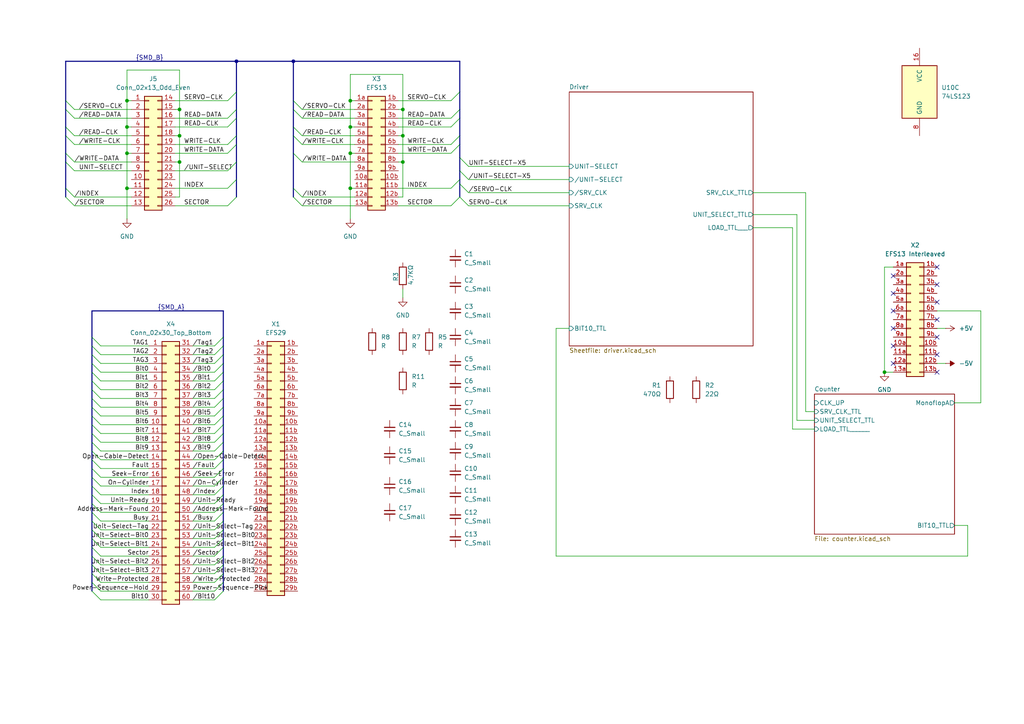
<source format=kicad_sch>
(kicad_sch (version 20231120) (generator "eeschema") (generator_version "8.0")
  (paper "A4")
  (lib_symbols
    (symbol "74xx:74LS123" (pin_names (offset 1.016))
      (property "Reference" "U" (at -7.62 8.89 0))
      (property "Value" "74LS123" (at -7.62 -8.89 0))
      (symbol "74LS123_1_0"
        (pin input inverted (at -12.7 -2.54 0) (length 5.08) (name "A") (number "1"))
        (pin output line (at 12.7 5.08 180) (length 5.08) (name "Q") (number "13"))
        (pin input line (at -12.7 2.54 0) (length 5.08) (name "Cext") (number "14"))
        (pin input line (at -12.7 5.08 0) (length 5.08) (name "RCext") (number "15"))
        (pin input line (at -12.7 -5.08 0) (length 5.08) (name "B") (number "2"))
        (pin input inverted (at 0 -12.7 90) (length 5.08) (name "Clr") (number "3"))
        (pin output line (at 12.7 -5.08 180) (length 5.08) (name "~{Q}") (number "4"))
      )
      (symbol "74LS123_2_0"
        (pin input line (at -12.7 -5.08 0) (length 5.08) (name "B") (number "10"))
        (pin input inverted (at 0 -12.7 90) (length 5.08) (name "Clr") (number "11"))
        (pin output line (at 12.7 -5.08 180) (length 5.08) (name "~{Q}") (number "12"))
        (pin output line (at 12.7 5.08 180) (length 5.08) (name "Q") (number "5"))
        (pin input line (at -12.7 2.54 0) (length 5.08) (name "Cext") (number "6"))
        (pin input line (at -12.7 5.08 0) (length 5.08) (name "RCext") (number "7"))
        (pin input inverted (at -12.7 -2.54 0) (length 5.08) (name "A") (number "9"))
      )
      (symbol "74LS123_3_0"
        (pin power_in line (at 0 12.7 270) (length 5.08) (name "VCC") (number "16"))
        (pin power_in line (at 0 -12.7 90) (length 5.08) (name "GND") (number "8"))
      )
    )
    (symbol "Connector_Generic:Conn_02x13_Row_Letter_Last" (pin_names (offset 1.016) hide)
      (property "Reference" "J" (at 1.27 17.78 0))
      (property "Value" "Conn_02x13_Row_Letter_Last" (at 1.27 -17.78 0))
      (symbol "Conn_02x13_Row_Letter_Last_1_1"
        (pin passive line (at -5.08 -7.62 0) (length 3.81) (name "Pin_10a") (number "10a"))
        (pin passive line (at 7.62 -7.62 180) (length 3.81) (name "Pin_10b") (number "10b"))
        (pin passive line (at -5.08 -10.16 0) (length 3.81) (name "Pin_11a") (number "11a"))
        (pin passive line (at 7.62 -10.16 180) (length 3.81) (name "Pin_11b") (number "11b"))
        (pin passive line (at -5.08 -12.7 0) (length 3.81) (name "Pin_12a") (number "12a"))
        (pin passive line (at 7.62 -12.7 180) (length 3.81) (name "Pin_12b") (number "12b"))
        (pin passive line (at -5.08 -15.24 0) (length 3.81) (name "Pin_13a") (number "13a"))
        (pin passive line (at 7.62 -15.24 180) (length 3.81) (name "Pin_13b") (number "13b"))
        (pin passive line (at -5.08 15.24 0) (length 3.81) (name "Pin_1a") (number "1a"))
        (pin passive line (at 7.62 15.24 180) (length 3.81) (name "Pin_1b") (number "1b"))
        (pin passive line (at -5.08 12.7 0) (length 3.81) (name "Pin_2a") (number "2a"))
        (pin passive line (at 7.62 12.7 180) (length 3.81) (name "Pin_2b") (number "2b"))
        (pin passive line (at -5.08 10.16 0) (length 3.81) (name "Pin_3a") (number "3a"))
        (pin passive line (at 7.62 10.16 180) (length 3.81) (name "Pin_3b") (number "3b"))
        (pin passive line (at -5.08 7.62 0) (length 3.81) (name "Pin_4a") (number "4a"))
        (pin passive line (at 7.62 7.62 180) (length 3.81) (name "Pin_4b") (number "4b"))
        (pin passive line (at -5.08 5.08 0) (length 3.81) (name "Pin_5a") (number "5a"))
        (pin passive line (at 7.62 5.08 180) (length 3.81) (name "Pin_5b") (number "5b"))
        (pin passive line (at -5.08 2.54 0) (length 3.81) (name "Pin_6a") (number "6a"))
        (pin passive line (at 7.62 2.54 180) (length 3.81) (name "Pin_6b") (number "6b"))
        (pin passive line (at -5.08 0 0) (length 3.81) (name "Pin_7a") (number "7a"))
        (pin passive line (at 7.62 0 180) (length 3.81) (name "Pin_7b") (number "7b"))
        (pin passive line (at -5.08 -2.54 0) (length 3.81) (name "Pin_8a") (number "8a"))
        (pin passive line (at 7.62 -2.54 180) (length 3.81) (name "Pin_8b") (number "8b"))
        (pin passive line (at -5.08 -5.08 0) (length 3.81) (name "Pin_9a") (number "9a"))
        (pin passive line (at 7.62 -5.08 180) (length 3.81) (name "Pin_9b") (number "9b"))
      )
    )
    (symbol "Connector_Generic:Conn_02x13_Top_Bottom" (pin_names (offset 1.016) hide)
      (property "Reference" "J" (at 1.27 17.78 0))
      (property "Value" "Conn_02x13_Top_Bottom" (at 1.27 -17.78 0))
      (symbol "Conn_02x13_Top_Bottom_1_1"
        (pin passive line (at -5.08 15.24 0) (length 3.81) (name "Pin_1") (number "1"))
        (pin passive line (at -5.08 -7.62 0) (length 3.81) (name "Pin_10") (number "10"))
        (pin passive line (at -5.08 -10.16 0) (length 3.81) (name "Pin_11") (number "11"))
        (pin passive line (at -5.08 -12.7 0) (length 3.81) (name "Pin_12") (number "12"))
        (pin passive line (at -5.08 -15.24 0) (length 3.81) (name "Pin_13") (number "13"))
        (pin passive line (at 7.62 15.24 180) (length 3.81) (name "Pin_14") (number "14"))
        (pin passive line (at 7.62 12.7 180) (length 3.81) (name "Pin_15") (number "15"))
        (pin passive line (at 7.62 10.16 180) (length 3.81) (name "Pin_16") (number "16"))
        (pin passive line (at 7.62 7.62 180) (length 3.81) (name "Pin_17") (number "17"))
        (pin passive line (at 7.62 5.08 180) (length 3.81) (name "Pin_18") (number "18"))
        (pin passive line (at 7.62 2.54 180) (length 3.81) (name "Pin_19") (number "19"))
        (pin passive line (at -5.08 12.7 0) (length 3.81) (name "Pin_2") (number "2"))
        (pin passive line (at 7.62 0 180) (length 3.81) (name "Pin_20") (number "20"))
        (pin passive line (at 7.62 -2.54 180) (length 3.81) (name "Pin_21") (number "21"))
        (pin passive line (at 7.62 -5.08 180) (length 3.81) (name "Pin_22") (number "22"))
        (pin passive line (at 7.62 -7.62 180) (length 3.81) (name "Pin_23") (number "23"))
        (pin passive line (at 7.62 -10.16 180) (length 3.81) (name "Pin_24") (number "24"))
        (pin passive line (at 7.62 -12.7 180) (length 3.81) (name "Pin_25") (number "25"))
        (pin passive line (at 7.62 -15.24 180) (length 3.81) (name "Pin_26") (number "26"))
        (pin passive line (at -5.08 10.16 0) (length 3.81) (name "Pin_3") (number "3"))
        (pin passive line (at -5.08 7.62 0) (length 3.81) (name "Pin_4") (number "4"))
        (pin passive line (at -5.08 5.08 0) (length 3.81) (name "Pin_5") (number "5"))
        (pin passive line (at -5.08 2.54 0) (length 3.81) (name "Pin_6") (number "6"))
        (pin passive line (at -5.08 0 0) (length 3.81) (name "Pin_7") (number "7"))
        (pin passive line (at -5.08 -2.54 0) (length 3.81) (name "Pin_8") (number "8"))
        (pin passive line (at -5.08 -5.08 0) (length 3.81) (name "Pin_9") (number "9"))
      )
    )
    (symbol "Connector_Generic:Conn_02x29_Row_Letter_Last" (pin_names (offset 1.016) hide)
      (property "Reference" "J" (at 1.27 38.1 0))
      (property "Value" "Conn_02x29_Row_Letter_Last" (at 1.27 -38.1 0))
      (symbol "Conn_02x29_Row_Letter_Last_1_1"
        (pin passive line (at -5.08 12.7 0) (length 3.81) (name "Pin_10a") (number "10a"))
        (pin passive line (at 7.62 12.7 180) (length 3.81) (name "Pin_10b") (number "10b"))
        (pin passive line (at -5.08 10.16 0) (length 3.81) (name "Pin_11a") (number "11a"))
        (pin passive line (at 7.62 10.16 180) (length 3.81) (name "Pin_11b") (number "11b"))
        (pin passive line (at -5.08 7.62 0) (length 3.81) (name "Pin_12a") (number "12a"))
        (pin passive line (at 7.62 7.62 180) (length 3.81) (name "Pin_12b") (number "12b"))
        (pin passive line (at -5.08 5.08 0) (length 3.81) (name "Pin_13a") (number "13a"))
        (pin passive line (at 7.62 5.08 180) (length 3.81) (name "Pin_13b") (number "13b"))
        (pin passive line (at -5.08 2.54 0) (length 3.81) (name "Pin_14a") (number "14a"))
        (pin passive line (at 7.62 2.54 180) (length 3.81) (name "Pin_14b") (number "14b"))
        (pin passive line (at -5.08 0 0) (length 3.81) (name "Pin_15a") (number "15a"))
        (pin passive line (at 7.62 0 180) (length 3.81) (name "Pin_15b") (number "15b"))
        (pin passive line (at -5.08 -2.54 0) (length 3.81) (name "Pin_16a") (number "16a"))
        (pin passive line (at 7.62 -2.54 180) (length 3.81) (name "Pin_16b") (number "16b"))
        (pin passive line (at -5.08 -5.08 0) (length 3.81) (name "Pin_17a") (number "17a"))
        (pin passive line (at 7.62 -5.08 180) (length 3.81) (name "Pin_17b") (number "17b"))
        (pin passive line (at -5.08 -7.62 0) (length 3.81) (name "Pin_18a") (number "18a"))
        (pin passive line (at 7.62 -7.62 180) (length 3.81) (name "Pin_18b") (number "18b"))
        (pin passive line (at -5.08 -10.16 0) (length 3.81) (name "Pin_19a") (number "19a"))
        (pin passive line (at 7.62 -10.16 180) (length 3.81) (name "Pin_19b") (number "19b"))
        (pin passive line (at -5.08 35.56 0) (length 3.81) (name "Pin_1a") (number "1a"))
        (pin passive line (at 7.62 35.56 180) (length 3.81) (name "Pin_1b") (number "1b"))
        (pin passive line (at -5.08 -12.7 0) (length 3.81) (name "Pin_20a") (number "20a"))
        (pin passive line (at 7.62 -12.7 180) (length 3.81) (name "Pin_20b") (number "20b"))
        (pin passive line (at -5.08 -15.24 0) (length 3.81) (name "Pin_21a") (number "21a"))
        (pin passive line (at 7.62 -15.24 180) (length 3.81) (name "Pin_21b") (number "21b"))
        (pin passive line (at -5.08 -17.78 0) (length 3.81) (name "Pin_22a") (number "22a"))
        (pin passive line (at 7.62 -17.78 180) (length 3.81) (name "Pin_22b") (number "22b"))
        (pin passive line (at -5.08 -20.32 0) (length 3.81) (name "Pin_23a") (number "23a"))
        (pin passive line (at 7.62 -20.32 180) (length 3.81) (name "Pin_23b") (number "23b"))
        (pin passive line (at -5.08 -22.86 0) (length 3.81) (name "Pin_24a") (number "24a"))
        (pin passive line (at 7.62 -22.86 180) (length 3.81) (name "Pin_24b") (number "24b"))
        (pin passive line (at -5.08 -25.4 0) (length 3.81) (name "Pin_25a") (number "25a"))
        (pin passive line (at 7.62 -25.4 180) (length 3.81) (name "Pin_25b") (number "25b"))
        (pin passive line (at -5.08 -27.94 0) (length 3.81) (name "Pin_26a") (number "26a"))
        (pin passive line (at 7.62 -27.94 180) (length 3.81) (name "Pin_26b") (number "26b"))
        (pin passive line (at -5.08 -30.48 0) (length 3.81) (name "Pin_27a") (number "27a"))
        (pin passive line (at 7.62 -30.48 180) (length 3.81) (name "Pin_27b") (number "27b"))
        (pin passive line (at -5.08 -33.02 0) (length 3.81) (name "Pin_28a") (number "28a"))
        (pin passive line (at 7.62 -33.02 180) (length 3.81) (name "Pin_28b") (number "28b"))
        (pin passive line (at -5.08 -35.56 0) (length 3.81) (name "Pin_29a") (number "29a"))
        (pin passive line (at 7.62 -35.56 180) (length 3.81) (name "Pin_29b") (number "29b"))
        (pin passive line (at -5.08 33.02 0) (length 3.81) (name "Pin_2a") (number "2a"))
        (pin passive line (at 7.62 33.02 180) (length 3.81) (name "Pin_2b") (number "2b"))
        (pin passive line (at -5.08 30.48 0) (length 3.81) (name "Pin_3a") (number "3a"))
        (pin passive line (at 7.62 30.48 180) (length 3.81) (name "Pin_3b") (number "3b"))
        (pin passive line (at -5.08 27.94 0) (length 3.81) (name "Pin_4a") (number "4a"))
        (pin passive line (at 7.62 27.94 180) (length 3.81) (name "Pin_4b") (number "4b"))
        (pin passive line (at -5.08 25.4 0) (length 3.81) (name "Pin_5a") (number "5a"))
        (pin passive line (at 7.62 25.4 180) (length 3.81) (name "Pin_5b") (number "5b"))
        (pin passive line (at -5.08 22.86 0) (length 3.81) (name "Pin_6a") (number "6a"))
        (pin passive line (at 7.62 22.86 180) (length 3.81) (name "Pin_6b") (number "6b"))
        (pin passive line (at -5.08 20.32 0) (length 3.81) (name "Pin_7a") (number "7a"))
        (pin passive line (at 7.62 20.32 180) (length 3.81) (name "Pin_7b") (number "7b"))
        (pin passive line (at -5.08 17.78 0) (length 3.81) (name "Pin_8a") (number "8a"))
        (pin passive line (at 7.62 17.78 180) (length 3.81) (name "Pin_8b") (number "8b"))
        (pin passive line (at -5.08 15.24 0) (length 3.81) (name "Pin_9a") (number "9a"))
        (pin passive line (at 7.62 15.24 180) (length 3.81) (name "Pin_9b") (number "9b"))
      )
    )
    (symbol "Connector_Generic:Conn_02x30_Top_Bottom" (pin_names (offset 1.016) hide)
      (property "Reference" "J" (at 1.27 38.1 0))
      (property "Value" "Conn_02x30_Top_Bottom" (at 1.27 -40.64 0))
      (symbol "Conn_02x30_Top_Bottom_1_1"
        (pin passive line (at -5.08 35.56 0) (length 3.81) (name "Pin_1") (number "1"))
        (pin passive line (at -5.08 12.7 0) (length 3.81) (name "Pin_10") (number "10"))
        (pin passive line (at -5.08 10.16 0) (length 3.81) (name "Pin_11") (number "11"))
        (pin passive line (at -5.08 7.62 0) (length 3.81) (name "Pin_12") (number "12"))
        (pin passive line (at -5.08 5.08 0) (length 3.81) (name "Pin_13") (number "13"))
        (pin passive line (at -5.08 2.54 0) (length 3.81) (name "Pin_14") (number "14"))
        (pin passive line (at -5.08 0 0) (length 3.81) (name "Pin_15") (number "15"))
        (pin passive line (at -5.08 -2.54 0) (length 3.81) (name "Pin_16") (number "16"))
        (pin passive line (at -5.08 -5.08 0) (length 3.81) (name "Pin_17") (number "17"))
        (pin passive line (at -5.08 -7.62 0) (length 3.81) (name "Pin_18") (number "18"))
        (pin passive line (at -5.08 -10.16 0) (length 3.81) (name "Pin_19") (number "19"))
        (pin passive line (at -5.08 33.02 0) (length 3.81) (name "Pin_2") (number "2"))
        (pin passive line (at -5.08 -12.7 0) (length 3.81) (name "Pin_20") (number "20"))
        (pin passive line (at -5.08 -15.24 0) (length 3.81) (name "Pin_21") (number "21"))
        (pin passive line (at -5.08 -17.78 0) (length 3.81) (name "Pin_22") (number "22"))
        (pin passive line (at -5.08 -20.32 0) (length 3.81) (name "Pin_23") (number "23"))
        (pin passive line (at -5.08 -22.86 0) (length 3.81) (name "Pin_24") (number "24"))
        (pin passive line (at -5.08 -25.4 0) (length 3.81) (name "Pin_25") (number "25"))
        (pin passive line (at -5.08 -27.94 0) (length 3.81) (name "Pin_26") (number "26"))
        (pin passive line (at -5.08 -30.48 0) (length 3.81) (name "Pin_27") (number "27"))
        (pin passive line (at -5.08 -33.02 0) (length 3.81) (name "Pin_28") (number "28"))
        (pin passive line (at -5.08 -35.56 0) (length 3.81) (name "Pin_29") (number "29"))
        (pin passive line (at -5.08 30.48 0) (length 3.81) (name "Pin_3") (number "3"))
        (pin passive line (at -5.08 -38.1 0) (length 3.81) (name "Pin_30") (number "30"))
        (pin passive line (at 7.62 35.56 180) (length 3.81) (name "Pin_31") (number "31"))
        (pin passive line (at 7.62 33.02 180) (length 3.81) (name "Pin_32") (number "32"))
        (pin passive line (at 7.62 30.48 180) (length 3.81) (name "Pin_33") (number "33"))
        (pin passive line (at 7.62 27.94 180) (length 3.81) (name "Pin_34") (number "34"))
        (pin passive line (at 7.62 25.4 180) (length 3.81) (name "Pin_35") (number "35"))
        (pin passive line (at 7.62 22.86 180) (length 3.81) (name "Pin_36") (number "36"))
        (pin passive line (at 7.62 20.32 180) (length 3.81) (name "Pin_37") (number "37"))
        (pin passive line (at 7.62 17.78 180) (length 3.81) (name "Pin_38") (number "38"))
        (pin passive line (at 7.62 15.24 180) (length 3.81) (name "Pin_39") (number "39"))
        (pin passive line (at -5.08 27.94 0) (length 3.81) (name "Pin_4") (number "4"))
        (pin passive line (at 7.62 12.7 180) (length 3.81) (name "Pin_40") (number "40"))
        (pin passive line (at 7.62 10.16 180) (length 3.81) (name "Pin_41") (number "41"))
        (pin passive line (at 7.62 7.62 180) (length 3.81) (name "Pin_42") (number "42"))
        (pin passive line (at 7.62 5.08 180) (length 3.81) (name "Pin_43") (number "43"))
        (pin passive line (at 7.62 2.54 180) (length 3.81) (name "Pin_44") (number "44"))
        (pin passive line (at 7.62 0 180) (length 3.81) (name "Pin_45") (number "45"))
        (pin passive line (at 7.62 -2.54 180) (length 3.81) (name "Pin_46") (number "46"))
        (pin passive line (at 7.62 -5.08 180) (length 3.81) (name "Pin_47") (number "47"))
        (pin passive line (at 7.62 -7.62 180) (length 3.81) (name "Pin_48") (number "48"))
        (pin passive line (at 7.62 -10.16 180) (length 3.81) (name "Pin_49") (number "49"))
        (pin passive line (at -5.08 25.4 0) (length 3.81) (name "Pin_5") (number "5"))
        (pin passive line (at 7.62 -12.7 180) (length 3.81) (name "Pin_50") (number "50"))
        (pin passive line (at 7.62 -15.24 180) (length 3.81) (name "Pin_51") (number "51"))
        (pin passive line (at 7.62 -17.78 180) (length 3.81) (name "Pin_52") (number "52"))
        (pin passive line (at 7.62 -20.32 180) (length 3.81) (name "Pin_53") (number "53"))
        (pin passive line (at 7.62 -22.86 180) (length 3.81) (name "Pin_54") (number "54"))
        (pin passive line (at 7.62 -25.4 180) (length 3.81) (name "Pin_55") (number "55"))
        (pin passive line (at 7.62 -27.94 180) (length 3.81) (name "Pin_56") (number "56"))
        (pin passive line (at 7.62 -30.48 180) (length 3.81) (name "Pin_57") (number "57"))
        (pin passive line (at 7.62 -33.02 180) (length 3.81) (name "Pin_58") (number "58"))
        (pin passive line (at 7.62 -35.56 180) (length 3.81) (name "Pin_59") (number "59"))
        (pin passive line (at -5.08 22.86 0) (length 3.81) (name "Pin_6") (number "6"))
        (pin passive line (at 7.62 -38.1 180) (length 3.81) (name "Pin_60") (number "60"))
        (pin passive line (at -5.08 20.32 0) (length 3.81) (name "Pin_7") (number "7"))
        (pin passive line (at -5.08 17.78 0) (length 3.81) (name "Pin_8") (number "8"))
        (pin passive line (at -5.08 15.24 0) (length 3.81) (name "Pin_9") (number "9"))
      )
    )
    (symbol "Device:C_Small" (pin_numbers hide) (pin_names (offset 0.254) hide)
      (property "Reference" "C" (at 0.254 1.778 0))
      (property "Value" "C_Small" (at 0.254 -2.032 0))
      (symbol "C_Small_1_1"
        (pin passive line (at 0 2.54 270) (length 2.032) (name "~") (number "1"))
        (pin passive line (at 0 -2.54 90) (length 2.032) (name "~") (number "2"))
      )
    )
    (symbol "Device:R" (pin_numbers hide) (pin_names (offset 0))
      (property "Reference" "R" (at 2.032 0 90))
      (property "Value" "R" (at 0 0 90))
      (symbol "R_1_1"
        (pin passive line (at 0 3.81 270) (length 1.27) (name "~") (number "1"))
        (pin passive line (at 0 -3.81 90) (length 1.27) (name "~") (number "2"))
      )
    )
    (symbol "power:+5V" (power) (pin_numbers hide) (pin_names (offset 0) hide)
      (property "Value" "+5V" (at 0 3.556 0))
      (symbol "+5V_1_1"
        (pin power_in line (at 0 0 90) (length 0) (name "~") (number "1"))
      )
    )
    (symbol "power:-5V" (power) (pin_numbers hide) (pin_names (offset 0) hide)
      (property "Value" "-5V" (at 0 3.556 0))
      (symbol "-5V_0_0"
        (pin power_in line (at 0 0 90) (length 0) (name "~") (number "1"))
      )
    )
    (symbol "power:GND" (power) (pin_numbers hide) (pin_names (offset 0) hide)
      (property "Value" "GND" (at 0 -3.81 0))
      (symbol "GND_1_1"
        (pin power_in line (at 0 0 270) (length 0) (name "~") (number "1"))
      )
    )
  )
  (bus_alias "SMD_A" (members "TAG1" "TAG2" "TAG3" "Bit0" "Bit1" "Bit2" "Bit3" "Bit4" "Bit5" "Bit6" "Bit7" "Bit8" "Bit9" "Bit10" "/Tag1" "/Tag2" "/Tag3" "/Bit0" "/Bit1" "/Bit2" "/Bit3" "/Bit4" "/Bit5" "/Bit6" "/Bit7" "/Bit8" "/Bit9" "/Bit10" "Unit-Select-Tag" "Unit-Select-Bit0" "Unit-Select-Bit1" "Unit-Select-Bit3" "/Unit-Select-Bit0" "/Unit-Select-Bit1" "/Unit-Select-Bit2" "/Unit-Select-Bit3" "/Unit-Select-Tag" "Open-Cable-Detect" "/Open-Cable-Detect" "Fault" "/Fault" "Seek-Error" "/Seek-Error" "On-Cylinder" "/On-Cylinder" "Index" "/Index" "Unit-Ready" "/Unit-Ready" "Address-Mark-Found" "/Address-Mark-Found" "Busy" "/Busy" "/Sector" "Sector" "Write-Protected" "/Write-Protected" "Power-Sequence-Hold" "Power-Sequence-Pick" "Unit-Select-Bit2"))
  (bus_alias "SMD_B" (members "SERVO-CLK" "/SERVO-CLK" "READ-DATA" "/READ-DATA" "/READ-CLK" "READ-CLK" "WRITE-CLK" "/WRITE-CLK" "WRITE-DATA" "/WRITE-DATA" "UNIT-SELECT-X5" "/UNIT-SELECT-X5" "INDEX" "/INDEX" "SECTOR" "/SECTOR" "UNIT-SELECT-X2" "/UNIT-SELECT-X2"))
  (junction (at 256.54 107.95))
  (junction (at 101.6 54.61))
  (junction (at 116.84 46.99))
  (junction (at 36.83 29.21))
  (junction (at 116.84 31.75))
  (junction (at 36.83 36.83))
  (junction (at 36.83 54.61))
  (junction (at 101.6 36.83))
  (junction (at 101.6 29.21))
  (junction (at 101.6 44.45))
  (junction (at 68.58 17.78))
  (junction (at 52.07 31.75))
  (junction (at 36.83 44.45))
  (junction (at 116.84 39.37))
  (junction (at 52.07 46.99))
  (junction (at 52.07 39.37))
  (junction (at 85.09 17.78))
  (no_connect (at 259.08 100.33))
  (no_connect (at 259.08 85.09))
  (no_connect (at 259.08 95.25))
  (no_connect (at 271.78 82.55))
  (no_connect (at 271.78 107.95))
  (no_connect (at 259.08 80.01))
  (no_connect (at 271.78 97.79))
  (no_connect (at 271.78 77.47))
  (no_connect (at 271.78 87.63))
  (no_connect (at 259.08 105.41))
  (no_connect (at 271.78 92.71))
  (no_connect (at 271.78 102.87))
  (no_connect (at 259.08 90.17))
  (bus_entry (at 64.77 118.11) (size -2.54 2.54))
  (bus_entry (at 26.67 123.19) (size 2.54 2.54))
  (bus_entry (at 64.77 107.95) (size -2.54 2.54))
  (bus_entry (at 68.58 34.29) (size -2.54 2.54))
  (bus_entry (at 68.58 46.99) (size -2.54 2.54))
  (bus_entry (at 64.77 130.81) (size -2.54 2.54))
  (bus_entry (at 68.58 57.15) (size -2.54 2.54))
  (bus_entry (at 133.35 41.91) (size -2.54 2.54))
  (bus_entry (at 19.05 54.61) (size 2.54 2.54))
  (bus_entry (at 26.67 120.65) (size 2.54 2.54))
  (bus_entry (at 19.05 44.45) (size 2.54 2.54))
  (bus_entry (at 85.09 29.21) (size 2.54 2.54))
  (bus_entry (at 133.35 57.15) (size -2.54 2.54))
  (bus_entry (at 64.77 166.37) (size -2.54 2.54))
  (bus_entry (at 64.77 143.51) (size -2.54 2.54))
  (bus_entry (at 85.09 36.83) (size 2.54 2.54))
  (bus_entry (at 64.77 168.91) (size -2.54 2.54))
  (bus_entry (at 26.67 102.87) (size 2.54 2.54))
  (bus_entry (at 19.05 46.99) (size 2.54 2.54))
  (bus_entry (at 133.35 39.37) (size -2.54 2.54))
  (bus_entry (at 133.35 57.15) (size 2.54 2.54))
  (bus_entry (at 64.77 146.05) (size -2.54 2.54))
  (bus_entry (at 26.67 140.97) (size 2.54 2.54))
  (bus_entry (at 26.67 166.37) (size 2.54 2.54))
  (bus_entry (at 68.58 26.67) (size -2.54 2.54))
  (bus_entry (at 26.67 146.05) (size 2.54 2.54))
  (bus_entry (at 26.67 107.95) (size 2.54 2.54))
  (bus_entry (at 133.35 52.07) (size -2.54 2.54))
  (bus_entry (at 26.67 158.75) (size 2.54 2.54))
  (bus_entry (at 64.77 128.27) (size -2.54 2.54))
  (bus_entry (at 68.58 41.91) (size -2.54 2.54))
  (bus_entry (at 64.77 100.33) (size -2.54 2.54))
  (bus_entry (at 26.67 143.51) (size 2.54 2.54))
  (bus_entry (at 64.77 125.73) (size -2.54 2.54))
  (bus_entry (at 26.67 118.11) (size 2.54 2.54))
  (bus_entry (at 64.77 163.83) (size -2.54 2.54))
  (bus_entry (at 64.77 120.65) (size -2.54 2.54))
  (bus_entry (at 26.67 113.03) (size 2.54 2.54))
  (bus_entry (at 133.35 49.53) (size 2.54 2.54))
  (bus_entry (at 64.77 135.89) (size -2.54 2.54))
  (bus_entry (at 133.35 53.34) (size 2.54 2.54))
  (bus_entry (at 19.05 57.15) (size 2.54 2.54))
  (bus_entry (at 26.67 125.73) (size 2.54 2.54))
  (bus_entry (at 64.77 123.19) (size -2.54 2.54))
  (bus_entry (at 64.77 148.59) (size -2.54 2.54))
  (bus_entry (at 26.67 97.79) (size 2.54 2.54))
  (bus_entry (at 64.77 105.41) (size -2.54 2.54))
  (bus_entry (at 64.77 97.79) (size -2.54 2.54))
  (bus_entry (at 64.77 151.13) (size -2.54 2.54))
  (bus_entry (at 64.77 110.49) (size -2.54 2.54))
  (bus_entry (at 26.67 163.83) (size 2.54 2.54))
  (bus_entry (at 26.67 171.45) (size 2.54 2.54))
  (bus_entry (at 19.05 39.37) (size 2.54 2.54))
  (bus_entry (at 133.35 26.67) (size -2.54 2.54))
  (bus_entry (at 64.77 158.75) (size -2.54 2.54))
  (bus_entry (at 85.09 31.75) (size 2.54 2.54))
  (bus_entry (at 26.67 148.59) (size 2.54 2.54))
  (bus_entry (at 26.67 100.33) (size 2.54 2.54))
  (bus_entry (at 64.77 161.29) (size -2.54 2.54))
  (bus_entry (at 133.35 34.29) (size -2.54 2.54))
  (bus_entry (at 26.67 110.49) (size 2.54 2.54))
  (bus_entry (at 64.77 115.57) (size -2.54 2.54))
  (bus_entry (at 26.67 168.91) (size 2.54 2.54))
  (bus_entry (at 133.35 45.72) (size 2.54 2.54))
  (bus_entry (at 26.67 128.27) (size 2.54 2.54))
  (bus_entry (at 19.05 29.21) (size 2.54 2.54))
  (bus_entry (at 64.77 102.87) (size -2.54 2.54))
  (bus_entry (at 19.05 31.75) (size 2.54 2.54))
  (bus_entry (at 68.58 52.07) (size -2.54 2.54))
  (bus_entry (at 68.58 31.75) (size -2.54 2.54))
  (bus_entry (at 26.67 161.29) (size 2.54 2.54))
  (bus_entry (at 64.77 138.43) (size -2.54 2.54))
  (bus_entry (at 85.09 57.15) (size 2.54 2.54))
  (bus_entry (at 26.67 105.41) (size 2.54 2.54))
  (bus_entry (at 26.67 115.57) (size 2.54 2.54))
  (bus_entry (at 26.67 153.67) (size 2.54 2.54))
  (bus_entry (at 68.58 39.37) (size -2.54 2.54))
  (bus_entry (at 26.67 135.89) (size 2.54 2.54))
  (bus_entry (at 26.67 138.43) (size 2.54 2.54))
  (bus_entry (at 85.09 39.37) (size 2.54 2.54))
  (bus_entry (at 85.09 54.61) (size 2.54 2.54))
  (bus_entry (at 133.35 31.75) (size -2.54 2.54))
  (bus_entry (at 64.77 171.45) (size -2.54 2.54))
  (bus_entry (at 26.67 130.81) (size 2.54 2.54))
  (bus_entry (at 26.67 156.21) (size 2.54 2.54))
  (bus_entry (at 64.77 153.67) (size -2.54 2.54))
  (bus_entry (at 64.77 140.97) (size -2.54 2.54))
  (bus_entry (at 26.67 133.35) (size 2.54 2.54))
  (bus_entry (at 19.05 36.83) (size 2.54 2.54))
  (bus_entry (at 26.67 151.13) (size 2.54 2.54))
  (bus_entry (at 85.09 44.45) (size 2.54 2.54))
  (bus_entry (at 64.77 156.21) (size -2.54 2.54))
  (bus_entry (at 64.77 133.35) (size -2.54 2.54))
  (bus_entry (at 64.77 113.03) (size -2.54 2.54))
  (bus (pts (xy 64.77 163.83) (xy 64.77 166.37)))
  (wire (pts (xy 52.07 39.37) (xy 52.07 31.75)))
  (bus (pts (xy 64.77 125.73) (xy 64.77 128.27)))
  (wire (pts (xy 36.83 29.21) (xy 38.1 29.21)))
  (wire (pts (xy 55.88 120.65) (xy 62.23 120.65)))
  (wire (pts (xy 29.21 118.11) (xy 43.18 118.11)))
  (bus (pts (xy 85.09 36.83) (xy 85.09 39.37)))
  (bus (pts (xy 26.67 138.43) (xy 26.67 140.97)))
  (wire (pts (xy 271.78 105.41) (xy 274.32 105.41)))
  (wire (pts (xy 55.88 148.59) (xy 62.23 148.59)))
  (wire (pts (xy 101.6 21.59) (xy 101.6 29.21)))
  (wire (pts (xy 116.84 39.37) (xy 115.57 39.37)))
  (bus (pts (xy 85.09 29.21) (xy 85.09 31.75)))
  (wire (pts (xy 21.59 46.99) (xy 38.1 46.99)))
  (wire (pts (xy 36.83 54.61) (xy 38.1 54.61)))
  (wire (pts (xy 55.88 138.43) (xy 62.23 138.43)))
  (wire (pts (xy 29.21 171.45) (xy 43.18 171.45)))
  (bus (pts (xy 64.77 113.03) (xy 64.77 115.57)))
  (wire (pts (xy 29.21 140.97) (xy 43.18 140.97)))
  (wire (pts (xy 29.21 110.49) (xy 43.18 110.49)))
  (bus (pts (xy 19.05 54.61) (xy 19.05 57.15)))
  (wire (pts (xy 55.88 163.83) (xy 62.23 163.83)))
  (wire (pts (xy 115.57 36.83) (xy 130.81 36.83)))
  (wire (pts (xy 116.84 46.99) (xy 115.57 46.99)))
  (wire (pts (xy 36.83 36.83) (xy 38.1 36.83)))
  (wire (pts (xy 102.87 54.61) (xy 101.6 54.61)))
  (wire (pts (xy 21.59 39.37) (xy 38.1 39.37)))
  (wire (pts (xy 87.63 57.15) (xy 102.87 57.15)))
  (bus (pts (xy 133.35 52.07) (xy 133.35 53.34)))
  (wire (pts (xy 55.88 128.27) (xy 62.23 128.27)))
  (bus (pts (xy 133.35 45.72) (xy 133.35 49.53)))
  (bus (pts (xy 26.67 140.97) (xy 26.67 143.51)))
  (wire (pts (xy 87.63 31.75) (xy 102.87 31.75)))
  (wire (pts (xy 21.59 34.29) (xy 38.1 34.29)))
  (wire (pts (xy 29.21 125.73) (xy 43.18 125.73)))
  (bus (pts (xy 26.67 100.33) (xy 26.67 102.87)))
  (bus (pts (xy 26.67 153.67) (xy 26.67 156.21)))
  (wire (pts (xy 29.21 151.13) (xy 43.18 151.13)))
  (wire (pts (xy 55.88 146.05) (xy 62.23 146.05)))
  (bus (pts (xy 26.67 135.89) (xy 26.67 138.43)))
  (bus (pts (xy 85.09 17.78) (xy 85.09 29.21)))
  (wire (pts (xy 101.6 54.61) (xy 101.6 63.5)))
  (wire (pts (xy 52.07 46.99) (xy 52.07 39.37)))
  (wire (pts (xy 29.21 173.99) (xy 43.18 173.99)))
  (wire (pts (xy 29.21 143.51) (xy 43.18 143.51)))
  (bus (pts (xy 85.09 17.78) (xy 133.35 17.78)))
  (wire (pts (xy 21.59 59.69) (xy 38.1 59.69)))
  (wire (pts (xy 116.84 46.99) (xy 116.84 57.15)))
  (bus (pts (xy 68.58 26.67) (xy 68.58 31.75)))
  (wire (pts (xy 55.88 133.35) (xy 62.23 133.35)))
  (wire (pts (xy 116.84 83.82) (xy 116.84 86.36)))
  (bus (pts (xy 64.77 143.51) (xy 64.77 146.05)))
  (wire (pts (xy 218.44 62.23) (xy 231.14 62.23)))
  (wire (pts (xy 135.89 52.07) (xy 165.1 52.07)))
  (wire (pts (xy 55.88 107.95) (xy 62.23 107.95)))
  (bus (pts (xy 64.77 158.75) (xy 64.77 161.29)))
  (bus (pts (xy 26.67 146.05) (xy 26.67 148.59)))
  (bus (pts (xy 68.58 46.99) (xy 68.58 52.07)))
  (bus (pts (xy 64.77 140.97) (xy 64.77 143.51)))
  (bus (pts (xy 19.05 36.83) (xy 19.05 39.37)))
  (wire (pts (xy 101.6 29.21) (xy 101.6 36.83)))
  (bus (pts (xy 26.67 156.21) (xy 26.67 158.75)))
  (wire (pts (xy 115.57 57.15) (xy 116.84 57.15)))
  (bus (pts (xy 64.77 138.43) (xy 64.77 140.97)))
  (wire (pts (xy 55.88 143.51) (xy 62.23 143.51)))
  (bus (pts (xy 19.05 31.75) (xy 19.05 36.83)))
  (wire (pts (xy 101.6 36.83) (xy 101.6 44.45)))
  (wire (pts (xy 55.88 151.13) (xy 62.23 151.13)))
  (wire (pts (xy 36.83 20.32) (xy 36.83 29.21)))
  (wire (pts (xy 115.57 34.29) (xy 130.81 34.29)))
  (wire (pts (xy 50.8 29.21) (xy 66.04 29.21)))
  (bus (pts (xy 26.67 110.49) (xy 26.67 113.03)))
  (bus (pts (xy 133.35 49.53) (xy 133.35 52.07)))
  (bus (pts (xy 64.77 118.11) (xy 64.77 120.65)))
  (wire (pts (xy 55.88 110.49) (xy 62.23 110.49)))
  (wire (pts (xy 101.6 44.45) (xy 102.87 44.45)))
  (wire (pts (xy 55.88 168.91) (xy 62.23 168.91)))
  (bus (pts (xy 68.58 34.29) (xy 68.58 39.37)))
  (wire (pts (xy 55.88 156.21) (xy 62.23 156.21)))
  (bus (pts (xy 64.77 107.95) (xy 64.77 110.49)))
  (bus (pts (xy 85.09 39.37) (xy 85.09 44.45)))
  (bus (pts (xy 26.67 105.41) (xy 26.67 107.95)))
  (wire (pts (xy 36.83 54.61) (xy 36.83 63.5)))
  (bus (pts (xy 133.35 34.29) (xy 133.35 39.37)))
  (wire (pts (xy 116.84 31.75) (xy 116.84 21.59)))
  (wire (pts (xy 280.67 161.29) (xy 161.29 161.29)))
  (bus (pts (xy 64.77 153.67) (xy 64.77 156.21)))
  (bus (pts (xy 68.58 52.07) (xy 68.58 57.15)))
  (wire (pts (xy 29.21 166.37) (xy 43.18 166.37)))
  (wire (pts (xy 280.67 152.4) (xy 280.67 161.29)))
  (wire (pts (xy 135.89 55.88) (xy 165.1 55.88)))
  (wire (pts (xy 229.87 66.04) (xy 229.87 124.46)))
  (bus (pts (xy 64.77 97.79) (xy 64.77 100.33)))
  (wire (pts (xy 161.29 95.25) (xy 165.1 95.25)))
  (wire (pts (xy 36.83 20.32) (xy 52.07 20.32)))
  (bus (pts (xy 64.77 146.05) (xy 64.77 148.59)))
  (bus (pts (xy 26.67 113.03) (xy 26.67 115.57)))
  (bus (pts (xy 64.77 110.49) (xy 64.77 113.03)))
  (bus (pts (xy 68.58 17.78) (xy 68.58 26.67)))
  (wire (pts (xy 29.21 133.35) (xy 43.18 133.35)))
  (wire (pts (xy 21.59 57.15) (xy 38.1 57.15)))
  (wire (pts (xy 55.88 115.57) (xy 62.23 115.57)))
  (wire (pts (xy 29.21 148.59) (xy 43.18 148.59)))
  (bus (pts (xy 133.35 26.67) (xy 133.35 31.75)))
  (bus (pts (xy 68.58 41.91) (xy 68.58 46.99)))
  (wire (pts (xy 233.68 55.88) (xy 233.68 119.38)))
  (wire (pts (xy 55.88 135.89) (xy 62.23 135.89)))
  (wire (pts (xy 36.83 36.83) (xy 36.83 44.45)))
  (wire (pts (xy 135.89 59.69) (xy 165.1 59.69)))
  (wire (pts (xy 87.63 59.69) (xy 102.87 59.69)))
  (wire (pts (xy 52.07 31.75) (xy 50.8 31.75)))
  (wire (pts (xy 233.68 119.38) (xy 236.22 119.38)))
  (wire (pts (xy 50.8 57.15) (xy 52.07 57.15)))
  (wire (pts (xy 29.21 168.91) (xy 43.18 168.91)))
  (wire (pts (xy 55.88 102.87) (xy 62.23 102.87)))
  (wire (pts (xy 52.07 57.15) (xy 52.07 46.99)))
  (wire (pts (xy 231.14 62.23) (xy 231.14 121.92)))
  (wire (pts (xy 50.8 39.37) (xy 52.07 39.37)))
  (wire (pts (xy 55.88 166.37) (xy 62.23 166.37)))
  (bus (pts (xy 133.35 39.37) (xy 133.35 41.91)))
  (wire (pts (xy 135.89 48.26) (xy 165.1 48.26)))
  (wire (pts (xy 102.87 29.21) (xy 101.6 29.21)))
  (bus (pts (xy 26.67 133.35) (xy 26.67 135.89)))
  (wire (pts (xy 55.88 161.29) (xy 62.23 161.29)))
  (wire (pts (xy 161.29 161.29) (xy 161.29 95.25)))
  (bus (pts (xy 26.67 97.79) (xy 26.67 100.33)))
  (bus (pts (xy 19.05 17.78) (xy 68.58 17.78)))
  (wire (pts (xy 29.21 107.95) (xy 43.18 107.95)))
  (wire (pts (xy 101.6 36.83) (xy 102.87 36.83)))
  (bus (pts (xy 26.67 128.27) (xy 26.67 125.73)))
  (bus (pts (xy 64.77 102.87) (xy 64.77 105.41)))
  (bus (pts (xy 68.58 31.75) (xy 68.58 34.29)))
  (bus (pts (xy 19.05 17.78) (xy 19.05 29.21)))
  (wire (pts (xy 29.21 120.65) (xy 43.18 120.65)))
  (wire (pts (xy 87.63 34.29) (xy 102.87 34.29)))
  (wire (pts (xy 55.88 140.97) (xy 62.23 140.97)))
  (wire (pts (xy 50.8 34.29) (xy 66.04 34.29)))
  (wire (pts (xy 29.21 113.03) (xy 43.18 113.03)))
  (bus (pts (xy 64.77 130.81) (xy 64.77 133.35)))
  (wire (pts (xy 271.78 90.17) (xy 284.48 90.17)))
  (wire (pts (xy 55.88 100.33) (xy 62.23 100.33)))
  (wire (pts (xy 29.21 105.41) (xy 43.18 105.41)))
  (bus (pts (xy 64.77 105.41) (xy 64.77 107.95)))
  (wire (pts (xy 55.88 125.73) (xy 62.23 125.73)))
  (bus (pts (xy 19.05 46.99) (xy 19.05 54.61)))
  (wire (pts (xy 29.21 102.87) (xy 43.18 102.87)))
  (bus (pts (xy 26.67 166.37) (xy 26.67 168.91)))
  (wire (pts (xy 29.21 153.67) (xy 43.18 153.67)))
  (wire (pts (xy 115.57 59.69) (xy 130.81 59.69)))
  (bus (pts (xy 26.67 128.27) (xy 26.67 130.81)))
  (bus (pts (xy 85.09 44.45) (xy 85.09 54.61)))
  (bus (pts (xy 19.05 39.37) (xy 19.05 44.45)))
  (bus (pts (xy 26.67 151.13) (xy 26.67 153.67)))
  (wire (pts (xy 276.86 152.4) (xy 280.67 152.4)))
  (wire (pts (xy 116.84 31.75) (xy 116.84 39.37)))
  (wire (pts (xy 116.84 21.59) (xy 101.6 21.59)))
  (bus (pts (xy 133.35 31.75) (xy 133.35 34.29)))
  (wire (pts (xy 55.88 118.11) (xy 62.23 118.11)))
  (wire (pts (xy 50.8 54.61) (xy 66.04 54.61)))
  (bus (pts (xy 64.77 156.21) (xy 64.77 158.75)))
  (wire (pts (xy 21.59 49.53) (xy 38.1 49.53)))
  (wire (pts (xy 52.07 31.75) (xy 52.07 20.32)))
  (wire (pts (xy 55.88 158.75) (xy 62.23 158.75)))
  (wire (pts (xy 55.88 173.99) (xy 62.23 173.99)))
  (wire (pts (xy 101.6 54.61) (xy 101.6 44.45)))
  (bus (pts (xy 26.67 168.91) (xy 26.67 171.45)))
  (bus (pts (xy 26.67 143.51) (xy 26.67 146.05)))
  (bus (pts (xy 26.67 123.19) (xy 26.67 125.73)))
  (wire (pts (xy 55.88 113.03) (xy 62.23 113.03)))
  (wire (pts (xy 218.44 55.88) (xy 233.68 55.88)))
  (wire (pts (xy 29.21 158.75) (xy 43.18 158.75)))
  (wire (pts (xy 29.21 130.81) (xy 43.18 130.81)))
  (wire (pts (xy 271.78 95.25) (xy 274.32 95.25)))
  (wire (pts (xy 21.59 41.91) (xy 38.1 41.91)))
  (bus (pts (xy 85.09 54.61) (xy 85.09 57.15)))
  (bus (pts (xy 26.67 158.75) (xy 26.67 161.29)))
  (bus (pts (xy 85.09 31.75) (xy 85.09 36.83)))
  (bus (pts (xy 68.58 17.78) (xy 85.09 17.78)))
  (wire (pts (xy 284.48 90.17) (xy 284.48 116.84)))
  (bus (pts (xy 19.05 44.45) (xy 19.05 46.99)))
  (bus (pts (xy 26.67 120.65) (xy 26.67 123.19)))
  (wire (pts (xy 29.21 146.05) (xy 43.18 146.05)))
  (bus (pts (xy 64.77 151.13) (xy 64.77 153.67)))
  (bus (pts (xy 64.77 123.19) (xy 64.77 125.73)))
  (bus (pts (xy 133.35 17.78) (xy 133.35 26.67)))
  (wire (pts (xy 50.8 49.53) (xy 66.04 49.53)))
  (wire (pts (xy 231.14 121.92) (xy 236.22 121.92)))
  (wire (pts (xy 29.21 161.29) (xy 43.18 161.29)))
  (wire (pts (xy 276.86 116.84) (xy 284.48 116.84)))
  (bus (pts (xy 64.77 120.65) (xy 64.77 123.19)))
  (bus (pts (xy 64.77 166.37) (xy 64.77 168.91)))
  (bus (pts (xy 68.58 39.37) (xy 68.58 41.91)))
  (wire (pts (xy 55.88 123.19) (xy 62.23 123.19)))
  (wire (pts (xy 87.63 46.99) (xy 102.87 46.99)))
  (wire (pts (xy 218.44 66.04) (xy 229.87 66.04)))
  (wire (pts (xy 55.88 105.41) (xy 62.23 105.41)))
  (bus (pts (xy 26.67 102.87) (xy 26.67 105.41)))
  (wire (pts (xy 50.8 41.91) (xy 66.04 41.91)))
  (wire (pts (xy 256.54 77.47) (xy 256.54 107.95)))
  (wire (pts (xy 116.84 39.37) (xy 116.84 46.99)))
  (bus (pts (xy 64.77 135.89) (xy 64.77 138.43)))
  (bus (pts (xy 64.77 148.59) (xy 64.77 151.13)))
  (bus (pts (xy 26.67 161.29) (xy 26.67 163.83)))
  (wire (pts (xy 29.21 135.89) (xy 43.18 135.89)))
  (wire (pts (xy 29.21 156.21) (xy 43.18 156.21)))
  (bus (pts (xy 26.67 130.81) (xy 26.67 133.35)))
  (wire (pts (xy 36.83 29.21) (xy 36.83 36.83)))
  (wire (pts (xy 55.88 130.81) (xy 62.23 130.81)))
  (wire (pts (xy 36.83 44.45) (xy 36.83 54.61)))
  (bus (pts (xy 64.77 168.91) (xy 64.77 171.45)))
  (wire (pts (xy 55.88 171.45) (xy 62.23 171.45)))
  (bus (pts (xy 26.67 115.57) (xy 26.67 118.11)))
  (wire (pts (xy 50.8 36.83) (xy 66.04 36.83)))
  (wire (pts (xy 29.21 115.57) (xy 43.18 115.57)))
  (bus (pts (xy 64.77 100.33) (xy 64.77 102.87)))
  (wire (pts (xy 259.08 77.47) (xy 256.54 77.47)))
  (bus (pts (xy 26.67 90.17) (xy 64.77 90.17)))
  (wire (pts (xy 29.21 163.83) (xy 43.18 163.83)))
  (wire (pts (xy 115.57 44.45) (xy 130.81 44.45)))
  (wire (pts (xy 87.63 39.37) (xy 102.87 39.37)))
  (wire (pts (xy 130.81 29.21) (xy 115.57 29.21)))
  (wire (pts (xy 115.57 54.61) (xy 130.81 54.61)))
  (bus (pts (xy 26.67 148.59) (xy 26.67 151.13)))
  (wire (pts (xy 87.63 41.91) (xy 102.87 41.91)))
  (wire (pts (xy 55.88 153.67) (xy 62.23 153.67)))
  (bus (pts (xy 64.77 115.57) (xy 64.77 118.11)))
  (bus (pts (xy 64.77 90.17) (xy 64.77 97.79)))
  (wire (pts (xy 256.54 107.95) (xy 259.08 107.95)))
  (wire (pts (xy 29.21 128.27) (xy 43.18 128.27)))
  (wire (pts (xy 115.57 31.75) (xy 116.84 31.75)))
  (wire (pts (xy 36.83 44.45) (xy 38.1 44.45)))
  (bus (pts (xy 19.05 29.21) (xy 19.05 31.75)))
  (bus (pts (xy 64.77 133.35) (xy 64.77 135.89)))
  (bus (pts (xy 133.35 53.34) (xy 133.35 57.15)))
  (wire (pts (xy 29.21 138.43) (xy 43.18 138.43)))
  (bus (pts (xy 64.77 128.27) (xy 64.77 130.81)))
  (wire (pts (xy 50.8 59.69) (xy 66.04 59.69)))
  (bus (pts (xy 26.67 97.79) (xy 26.67 90.17)))
  (bus (pts (xy 133.35 41.91) (xy 133.35 45.72)))
  (wire (pts (xy 50.8 46.99) (xy 52.07 46.99)))
  (wire (pts (xy 29.21 100.33) (xy 43.18 100.33)))
  (wire (pts (xy 29.21 123.19) (xy 43.18 123.19)))
  (wire (pts (xy 50.8 44.45) (xy 66.04 44.45)))
  (wire (pts (xy 229.87 124.46) (xy 236.22 124.46)))
  (bus (pts (xy 64.77 161.29) (xy 64.77 163.83)))
  (bus (pts (xy 26.67 118.11) (xy 26.67 120.65)))
  (bus (pts (xy 26.67 107.95) (xy 26.67 110.49)))
  (wire (pts (xy 21.59 31.75) (xy 38.1 31.75)))
  (bus (pts (xy 26.67 163.83) (xy 26.67 166.37)))
  (wire (pts (xy 115.57 41.91) (xy 130.81 41.91)))
  (label "{slash}SECTOR" (at 87.63 59.69 0))
  (label "{slash}Unit-Ready" (at 55.88 146.05 0))
  (label "Bit10" (at 43.18 173.99 180))
  (label "{slash}Tag1" (at 55.88 100.33 0))
  (label "{slash}Tag3" (at 55.88 105.41 0))
  (label "WRITE-DATA" (at 118.11 44.45 0))
  (label "Unit-Select-Bit2" (at 43.18 163.83 180))
  (label "{slash}Unit-Select-Bit3" (at 55.88 166.37 0))
  (label "{slash}Open-Cable-Detect" (at 55.88 133.35 0))
  (label "{slash}Bit4" (at 55.88 118.11 0))
  (label "Unit-Select-Tag" (at 43.18 153.67 180))
  (label "{slash}SERVO-CLK" (at 135.89 55.88 0))
  (label "SERVO-CLK" (at 118.11 29.21 0))
  (label "{slash}Bit9" (at 55.88 130.81 0))
  (label "{SMD_B}" (at 39.37 17.78 0))
  (label "{slash}READ-DATA" (at 87.63 34.29 0))
  (label "{slash}INDEX" (at 87.63 57.15 0))
  (label "Bit7" (at 43.18 125.73 180))
  (label "{slash}Unit-Select-Bit1" (at 55.88 158.75 0))
  (label "{slash}WRITE-CLK" (at 22.86 41.91 0))
  (label "{slash}Bit7" (at 55.88 125.73 0))
  (label "Write-Protected" (at 43.18 168.91 180))
  (label "UNIT-SELECT" (at 22.86 49.53 0))
  (label "WRITE-DATA" (at 53.34 44.45 0))
  (label "WRITE-CLK" (at 53.34 41.91 0))
  (label "Bit6" (at 43.18 123.19 180))
  (label "Open-Cable-Detect" (at 43.18 133.35 180))
  (label "{slash}Bit10" (at 55.88 173.99 0))
  (label "Bit1" (at 43.18 110.49 180))
  (label "{slash}Sector" (at 55.88 161.29 0))
  (label "TAG3" (at 43.18 105.41 180))
  (label "READ-CLK" (at 118.11 36.83 0))
  (label "On-Cylinder" (at 43.18 140.97 180))
  (label "Bit2" (at 43.18 113.03 180))
  (label "Fault" (at 43.18 135.89 180))
  (label "{SMD_A}" (at 45.72 90.17 0))
  (label "SECTOR" (at 118.11 59.69 0))
  (label "{slash}SERVO-CLK" (at 87.63 31.75 0))
  (label "{slash}SERVO-CLK" (at 22.86 31.75 0))
  (label "{slash}Bit1" (at 55.88 110.49 0))
  (label "{slash}On-Cylinder" (at 55.88 140.97 0))
  (label "READ-DATA" (at 53.34 34.29 0))
  (label "READ-CLK" (at 53.34 36.83 0))
  (label "{slash}Tag2" (at 55.88 102.87 0))
  (label "{slash}Unit-Select-Bit2" (at 55.88 163.83 0))
  (label "TAG2" (at 43.18 102.87 180))
  (label "{slash}Bit8" (at 55.88 128.27 0))
  (label "Unit-Select-Bit1" (at 43.18 158.75 180))
  (label "Sector" (at 43.18 161.29 180))
  (label "{slash}Index" (at 55.88 143.51 0))
  (label "SERVO-CLK" (at 53.34 29.21 0))
  (label "Unit-Select-Bit0" (at 43.18 156.21 180))
  (label "Bit3" (at 43.18 115.57 180))
  (label "{slash}Bit0" (at 55.88 107.95 0))
  (label "INDEX" (at 118.11 54.61 0))
  (label "{slash}Bit5" (at 55.88 120.65 0))
  (label "Power-Sequence-Hold" (at 43.18 171.45 180))
  (label "{slash}Write-Protected" (at 55.88 168.91 0))
  (label "Bit0" (at 43.18 107.95 180))
  (label "{slash}READ-CLK" (at 87.63 39.37 0))
  (label "Power-Sequence-Pick" (at 55.88 171.45 0))
  (label "{slash}Busy" (at 55.88 151.13 0))
  (label "{slash}Address-Mark-Found" (at 55.88 148.59 0))
  (label "SERVO-CLK" (at 135.89 59.69 0))
  (label "INDEX" (at 53.34 54.61 0))
  (label "Bit8" (at 43.18 128.27 180))
  (label "{slash}UNIT-SELECT" (at 53.34 49.53 0))
  (label "UNIT-SELECT-X5" (at 135.89 48.26 0))
  (label "Bit9" (at 43.18 130.81 180))
  (label "{slash}Bit2" (at 55.88 113.03 0))
  (label "{slash}WRITE-CLK" (at 87.63 41.91 0))
  (label "READ-DATA" (at 118.11 34.29 0))
  (label "{slash}Fault" (at 55.88 135.89 0))
  (label "Unit-Ready" (at 43.18 146.05 180))
  (label "{slash}WRITE-DATA" (at 21.59 46.99 0))
  (label "{slash}Bit3" (at 55.88 115.57 0))
  (label "{slash}SECTOR" (at 21.59 59.69 0))
  (label "{slash}READ-DATA" (at 22.86 34.29 0))
  (label "Seek-Error" (at 43.18 138.43 180))
  (label "Index" (at 43.18 143.51 180))
  (label "{slash}UNIT-SELECT-X5" (at 135.89 52.07 0))
  (label "WRITE-CLK" (at 118.11 41.91 0))
  (label "{slash}Unit-Select-Tag" (at 55.88 153.67 0))
  (label "{slash}INDEX" (at 21.59 57.15 0))
  (label "SECTOR" (at 53.34 59.69 0))
  (label "{slash}Bit6" (at 55.88 123.19 0))
  (label "TAG1" (at 43.18 100.33 180))
  (label "Unit-Select-Bit3" (at 43.18 166.37 180))
  (label "Bit4" (at 43.18 118.11 180))
  (label "Busy" (at 43.18 151.13 180))
  (label "{slash}Unit-Select-Bit0" (at 55.88 156.21 0))
  (label "{slash}READ-CLK" (at 22.86 39.37 0))
  (label "{slash}WRITE-DATA" (at 87.63 46.99 0))
  (label "Bit5" (at 43.18 120.65 180))
  (label "{slash}Seek-Error" (at 55.88 138.43 0))
  (label "Address-Mark-Found" (at 43.18 148.59 180))
  (symbol (lib_id "Device:C_Small") (at 113.03 140.97 0) (unit 1)
    (property "Reference" "C16" (at 115.57 139.7062 0) (effects (justify left)))
    (property "Value" "C_Small" (at 115.57 142.2462 0) (effects (justify left)))
    (property "Description" "Unpolarized capacitor, small symbol" (effects (hide yes)))
  )
  (symbol (lib_id "Device:C_Small") (at 132.08 143.51 0) (unit 1)
    (property "Reference" "C11" (at 134.62 142.2462 0) (effects (justify left)))
    (property "Value" "C_Small" (at 134.62 144.7862 0) (effects (justify left)))
    (property "Description" "Unpolarized capacitor, small symbol" (effects (hide yes)))
  )
  (symbol (lib_id "74xx:74LS123") (at 266.7 26.67 0) (unit 3)
    (property "Reference" "U10" (at 273.05 25.3999 0) (effects (justify left)))
    (property "Value" "74LS123" (at 273.05 27.9399 0) (effects (justify left)))
    (property "Footprint" "Package_DIP:DIP-16_W7.62mm" (effects (hide yes)))
    (property "Datasheet" "http://www.ti.com/lit/gpn/sn74LS123" (effects (hide yes)))
    (property "Description" "Dual retriggerable Monostable" (effects (hide yes)))
  )
  (symbol (lib_id "Device:R") (at 116.84 80.01 0) (unit 1)
    (property "Reference" "R3" (at 114.808 80.264 90))
    (property "Value" "4,7KΩ" (at 119.126 79.756 90))
    (property "Footprint" "Resistor_THT:R_Axial_DIN0207_L6.3mm_D2.5mm_P7.62mm_Horizontal" (effects (hide yes)))
    (property "Description" "Resistor" (effects (hide yes)))
  )
  (symbol (lib_id "power:GND") (at 116.84 86.36 0) (unit 1)
    (property "Reference" "#PWR041" (effects (hide yes)))
    (property "Value" "GND" (at 116.84 91.44 0))
    (property "Description" "Power symbol creates a global label with name \"GND\" , ground" (effects (hide yes)))
  )
  (symbol (lib_id "Device:C_Small") (at 113.03 132.08 0) (unit 1)
    (property "Reference" "C15" (at 115.57 130.8162 0) (effects (justify left)))
    (property "Value" "C_Small" (at 115.57 133.3562 0) (effects (justify left)))
    (property "Description" "Unpolarized capacitor, small symbol" (effects (hide yes)))
  )
  (symbol (lib_id "Device:R") (at 194.31 113.03 0) (unit 1)
    (property "Reference" "R1" (at 191.77 111.7599 0) (effects (justify right)))
    (property "Value" "470Ω" (at 191.77 114.2999 0) (effects (justify right)))
    (property "Footprint" "Resistor_THT:R_Axial_DIN0207_L6.3mm_D2.5mm_P7.62mm_Horizontal" (effects (hide yes)))
    (property "Description" "Resistor" (effects (hide yes)))
  )
  (symbol (lib_id "Device:C_Small") (at 132.08 74.93 0) (unit 1)
    (property "Reference" "C1" (at 134.62 73.6662 0) (effects (justify left)))
    (property "Value" "C_Small" (at 134.62 76.2062 0) (effects (justify left)))
    (property "Description" "Unpolarized capacitor, small symbol" (effects (hide yes)))
  )
  (symbol (lib_id "Device:C_Small") (at 132.08 118.11 0) (unit 1)
    (property "Reference" "C7" (at 134.62 116.8462 0) (effects (justify left)))
    (property "Value" "C_Small" (at 134.62 119.3862 0) (effects (justify left)))
    (property "Description" "Unpolarized capacitor, small symbol" (effects (hide yes)))
  )
  (symbol (lib_id "Device:C_Small") (at 132.08 149.86 0) (unit 1)
    (property "Reference" "C12" (at 134.62 148.5962 0) (effects (justify left)))
    (property "Value" "C_Small" (at 134.62 151.1362 0) (effects (justify left)))
    (property "Description" "Unpolarized capacitor, small symbol" (effects (hide yes)))
  )
  (symbol (lib_id "Connector_Generic:Conn_02x13_Top_Bottom") (at 43.18 44.45 0) (unit 1)
    (property "Reference" "J5" (at 44.45 22.86 0))
    (property "Value" "Conn_02x13_Odd_Even" (at 44.45 25.4 0))
    (property "Footprint" "Connector_IDC:IDC-Header_2x13_P2.54mm_Latch6.5mm_Vertical" (effects (hide yes)))
    (property "Description" "Generic connector, double row, 02x13, top/bottom pin numbering scheme (row 1: 1...pins_per_row, row2: pins_per_row+1 ... num_pins), script generated (kicad-library-utils/schlib/autogen/connector/)" (effects (hide yes)))
  )
  (symbol (lib_id "Device:C_Small") (at 132.08 105.41 0) (unit 1)
    (property "Reference" "C5" (at 134.62 104.1462 0) (effects (justify left)))
    (property "Value" "C_Small" (at 134.62 106.6862 0) (effects (justify left)))
    (property "Description" "Unpolarized capacitor, small symbol" (effects (hide yes)))
  )
  (symbol (lib_id "Device:R") (at 116.84 110.49 0) (unit 1)
    (property "Reference" "R11" (at 119.38 109.2199 0) (effects (justify left)))
    (property "Value" "R" (at 119.38 111.7599 0) (effects (justify left)))
    (property "Footprint" "Resistor_THT:R_Axial_DIN0207_L6.3mm_D2.5mm_P7.62mm_Horizontal" (effects (hide yes)))
    (property "Description" "Resistor" (effects (hide yes)))
  )
  (symbol (lib_id "Device:C_Small") (at 132.08 111.76 0) (unit 1)
    (property "Reference" "C6" (at 134.62 110.4962 0) (effects (justify left)))
    (property "Value" "C_Small" (at 134.62 113.0362 0) (effects (justify left)))
    (property "Description" "Unpolarized capacitor, small symbol" (effects (hide yes)))
  )
  (symbol (lib_id "Connector_Generic:Conn_02x30_Top_Bottom") (at 48.26 135.89 0) (unit 1)
    (property "Reference" "X4" (at 49.53 93.98 0))
    (property "Value" "Conn_02x30_Top_Bottom" (at 49.53 96.52 0))
    (property "Footprint" "Connector_PinHeader_2.54mm:PinHeader_2x30_P2.54mm_Horizontal" (effects (hide yes)))
    (property "Description" "Generic connector, double row, 02x30, top/bottom pin numbering scheme (row 1: 1...pins_per_row, row2: pins_per_row+1 ... num_pins), script generated (kicad-library-utils/schlib/autogen/connector/)" (effects (hide yes)))
  )
  (symbol (lib_id "Device:C_Small") (at 132.08 97.79 0) (unit 1)
    (property "Reference" "C4" (at 134.62 96.5262 0) (effects (justify left)))
    (property "Value" "C_Small" (at 134.62 99.0662 0) (effects (justify left)))
    (property "Description" "Unpolarized capacitor, small symbol" (effects (hide yes)))
  )
  (symbol (lib_id "Device:C_Small") (at 132.08 130.81 0) (unit 1)
    (property "Reference" "C9" (at 134.62 129.5462 0) (effects (justify left)))
    (property "Value" "C_Small" (at 134.62 132.0862 0) (effects (justify left)))
    (property "Description" "Unpolarized capacitor, small symbol" (effects (hide yes)))
  )
  (symbol (lib_id "Connector_Generic:Conn_02x13_Row_Letter_Last") (at 264.16 92.71 0) (unit 1)
    (property "Reference" "X2" (at 265.43 71.12 0))
    (property "Value" "EFS13 Interleaved" (at 265.43 73.66 0))
    (property "Footprint" "Connector_IDC:IDC-Header_2x13_P2.54mm_Vertical" (effects (hide yes)))
    (property "Description" "Generic connector, double row, 02x13, row letter last pin numbering scheme (pin number consists of a letter for the row and a number for the pin index in this row. 1a, ..., Na; 1b, ..., Nb)), script generated (kicad-library-utils/schlib/autogen/connector/)" (effects (hide yes)))
  )
  (symbol (lib_id "power:GND") (at 256.54 107.95 0) (unit 1)
    (property "Reference" "#PWR04" (effects (hide yes)))
    (property "Value" "GND" (at 256.54 113.03 0))
    (property "Description" "Power symbol creates a global label with name \"GND\" , ground" (effects (hide yes)))
  )
  (symbol (lib_id "power:-5V") (at 274.32 105.41 270) (unit 1)
    (property "Reference" "#PWR06" (effects (hide yes)))
    (property "Value" "-5V" (at 278.13 105.4099 90) (effects (justify left)))
    (property "Description" "Power symbol creates a global label with name \"-5V\"" (effects (hide yes)))
  )
  (symbol (lib_id "power:GND") (at 101.6 63.5 0) (unit 1)
    (property "Reference" "#PWR042" (effects (hide yes)))
    (property "Value" "GND" (at 101.6 68.58 0))
    (property "Description" "Power symbol creates a global label with name \"GND\" , ground" (effects (hide yes)))
  )
  (symbol (lib_id "Connector_Generic:Conn_02x13_Row_Letter_Last") (at 107.95 44.45 0) (unit 1)
    (property "Reference" "X3" (at 109.22 22.86 0))
    (property "Value" "EFS13" (at 109.22 25.4 0))
    (property "Footprint" "Connector_IDC:IDC-Header_2x13_P2.54mm_Vertical" (effects (hide yes)))
    (property "Description" "Generic connector, double row, 02x13, row letter last pin numbering scheme (pin number consists of a letter for the row and a number for the pin index in this row. 1a, ..., Na; 1b, ..., Nb)), script generated (kicad-library-utils/schlib/autogen/connector/)" (effects (hide yes)))
  )
  (symbol (lib_id "Device:R") (at 116.84 99.06 0) (unit 1)
    (property "Reference" "R7" (at 119.38 97.7899 0) (effects (justify left)))
    (property "Value" "R" (at 119.38 100.3299 0) (effects (justify left)))
    (property "Footprint" "Resistor_THT:R_Axial_DIN0207_L6.3mm_D2.5mm_P7.62mm_Horizontal" (effects (hide yes)))
    (property "Description" "Resistor" (effects (hide yes)))
  )
  (symbol (lib_id "Device:C_Small") (at 132.08 156.21 0) (unit 1)
    (property "Reference" "C13" (at 134.62 154.9462 0) (effects (justify left)))
    (property "Value" "C_Small" (at 134.62 157.4862 0) (effects (justify left)))
    (property "Description" "Unpolarized capacitor, small symbol" (effects (hide yes)))
  )
  (symbol (lib_id "power:GND") (at 36.83 63.5 0) (unit 1)
    (property "Reference" "#PWR043" (effects (hide yes)))
    (property "Value" "GND" (at 36.83 68.58 0))
    (property "Description" "Power symbol creates a global label with name \"GND\" , ground" (effects (hide yes)))
  )
  (symbol (lib_id "Device:C_Small") (at 113.03 124.46 0) (unit 1)
    (property "Reference" "C14" (at 115.57 123.1962 0) (effects (justify left)))
    (property "Value" "C_Small" (at 115.57 125.7362 0) (effects (justify left)))
    (property "Description" "Unpolarized capacitor, small symbol" (effects (hide yes)))
  )
  (symbol (lib_id "Device:R") (at 201.93 113.03 0) (unit 1)
    (property "Reference" "R2" (at 204.47 111.7599 0) (effects (justify left)))
    (property "Value" "22Ω" (at 204.47 114.2999 0) (effects (justify left)))
    (property "Footprint" "Resistor_THT:R_Axial_DIN0207_L6.3mm_D2.5mm_P7.62mm_Horizontal" (effects (hide yes)))
    (property "Description" "Resistor" (effects (hide yes)))
  )
  (symbol (lib_id "power:+5V") (at 274.32 95.25 270) (unit 1)
    (property "Reference" "#PWR05" (effects (hide yes)))
    (property "Value" "+5V" (at 278.13 95.2499 90) (effects (justify left)))
    (property "Description" "Power symbol creates a global label with name \"+5V\"" (effects (hide yes)))
  )
  (symbol (lib_id "Device:R") (at 107.95 99.06 0) (unit 1)
    (property "Reference" "R8" (at 110.49 97.7899 0) (effects (justify left)))
    (property "Value" "R" (at 110.49 100.3299 0) (effects (justify left)))
    (property "Footprint" "Resistor_THT:R_Axial_DIN0207_L6.3mm_D2.5mm_P7.62mm_Horizontal" (effects (hide yes)))
    (property "Description" "Resistor" (effects (hide yes)))
  )
  (symbol (lib_id "Device:R") (at 124.46 99.06 0) (unit 1)
    (property "Reference" "R5" (at 127 97.7899 0) (effects (justify left)))
    (property "Value" "R" (at 127 100.3299 0) (effects (justify left)))
    (property "Footprint" "Resistor_THT:R_Axial_DIN0207_L6.3mm_D2.5mm_P7.62mm_Horizontal" (effects (hide yes)))
    (property "Description" "Resistor" (effects (hide yes)))
  )
  (symbol (lib_id "Device:C_Small") (at 113.03 148.59 0) (unit 1)
    (property "Reference" "C17" (at 115.57 147.3262 0) (effects (justify left)))
    (property "Value" "C_Small" (at 115.57 149.8662 0) (effects (justify left)))
    (property "Description" "Unpolarized capacitor, small symbol" (effects (hide yes)))
  )
  (symbol (lib_id "Device:C_Small") (at 132.08 124.46 0) (unit 1)
    (property "Reference" "C8" (at 134.62 123.1962 0) (effects (justify left)))
    (property "Value" "C_Small" (at 134.62 125.7362 0) (effects (justify left)))
    (property "Description" "Unpolarized capacitor, small symbol" (effects (hide yes)))
  )
  (symbol (lib_id "Device:C_Small") (at 132.08 90.17 0) (unit 1)
    (property "Reference" "C3" (at 134.62 88.9062 0) (effects (justify left)))
    (property "Value" "C_Small" (at 134.62 91.4462 0) (effects (justify left)))
    (property "Description" "Unpolarized capacitor, small symbol" (effects (hide yes)))
  )
  (symbol (lib_id "Device:C_Small") (at 132.08 82.55 0) (unit 1)
    (property "Reference" "C2" (at 134.62 81.2862 0) (effects (justify left)))
    (property "Value" "C_Small" (at 134.62 83.8262 0) (effects (justify left)))
    (property "Description" "Unpolarized capacitor, small symbol" (effects (hide yes)))
  )
  (symbol (lib_id "Device:C_Small") (at 132.08 137.16 0) (unit 1)
    (property "Reference" "C10" (at 134.62 135.8962 0) (effects (justify left)))
    (property "Value" "C_Small" (at 134.62 138.4362 0) (effects (justify left)))
    (property "Description" "Unpolarized capacitor, small symbol" (effects (hide yes)))
  )
  (symbol (lib_id "Connector_Generic:Conn_02x29_Row_Letter_Last") (at 78.74 135.89 0) (unit 1)
    (property "Reference" "X1" (at 80.01 93.98 0))
    (property "Value" "EFS29" (at 80.01 96.52 0))
    (property "Footprint" "Connector_PinHeader_2.54mm:PinHeader_2x29_P2.54mm_Vertical" (effects (hide yes)))
    (property "Description" "Generic connector, double row, 02x29, row letter last pin numbering scheme (pin number consists of a letter for the row and a number for the pin index in this row. 1a, ..., Na; 1b, ..., Nb)), script generated (kicad-library-utils/schlib/autogen/connector/)" (effects (hide yes)))
  )
  (sheet (at 236.22 114.3) (size 40.64 40.64) (stroke (width 0.1524))
    (property "Sheetname" "Counter" (at 236.22 113.5884 0) (effects (justify left bottom)))
    (property "Sheetfile" "counter.kicad_sch" (at 236.22 155.5246 0) (effects (justify left top)))
    (pin "CLK_UP" input (at 236.22 116.84 180))
    (pin "SRV_CLK_TTL" input (at 236.22 119.38 180))
    (pin "MonoflopA" output (at 276.86 116.84 0))
    (pin "UNIT_SELECT_TTL" input (at 236.22 121.92 180))
    (pin "LOAD_TTL______" input (at 236.22 124.46 180))
    (pin "BIT10_TTL" output (at 276.86 152.4 0))
  )
  (sheet (at 165.1 26.67) (size 53.34 73.66) (stroke (width 0.1524))
    (property "Sheetname" "Driver" (at 165.1 25.9584 0) (effects (justify left bottom)))
    (property "Sheetfile" "driver.kicad_sch" (at 165.1 100.9146 0) (show_name yes) (effects (justify left top)))
    (pin "UNIT-SELECT" input (at 165.1 48.26 180))
    (pin "{slash}UNIT-SELECT" input (at 165.1 52.07 180))
    (pin "SRV_CLK" input (at 165.1 59.69 180))
    (pin "{slash}SRV_CLK" input (at 165.1 55.88 180))
    (pin "SRV_CLK_TTL" output (at 218.44 55.88 0))
    (pin "UNIT_SELECT_TTL" output (at 218.44 62.23 0))
    (pin "LOAD_TTL___" output (at 218.44 66.04 0))
    (pin "BIT10_TTL" input (at 165.1 95.25 180))
  )
)
</source>
